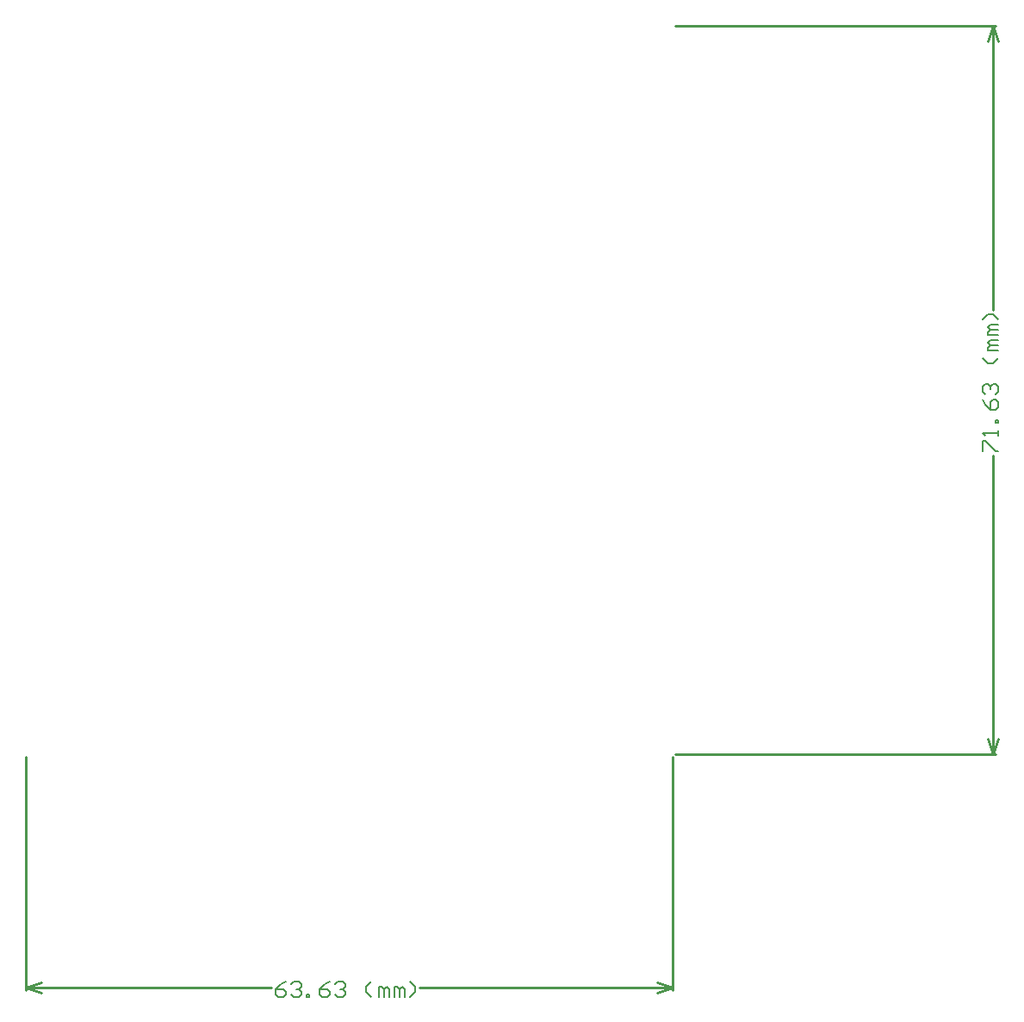
<source format=gbr>
G04*
G04 #@! TF.GenerationSoftware,Altium Limited,Altium Designer,25.0.2 (28)*
G04*
G04 Layer_Color=8388736*
%FSLAX44Y44*%
%MOMM*%
G71*
G04*
G04 #@! TF.SameCoordinates,1FEDFA3E-EA99-418E-B41A-EB270C04C77C*
G04*
G04*
G04 #@! TF.FilePolarity,Positive*
G04*
G01*
G75*
%ADD13C,0.2540*%
%ADD28C,0.1524*%
D13*
X951230Y716280D02*
X956310Y701040D01*
X946150D02*
X951230Y716280D01*
X946150Y15240D02*
X951230Y0D01*
X956310Y15240D01*
X951230Y436074D02*
Y716280D01*
Y0D02*
Y293370D01*
X638810Y716280D02*
X953770D01*
X638810Y0D02*
X953770D01*
X0Y-229870D02*
X15240Y-224790D01*
X0Y-229870D02*
X15240Y-234950D01*
X621030D02*
X636270Y-229870D01*
X621030Y-224790D02*
X636270Y-229870D01*
X0D02*
X241449D01*
X386693D02*
X636270D01*
X0Y-232410D02*
Y-2540D01*
X636270Y-232410D02*
Y-2540D01*
D28*
X940821Y297434D02*
Y307591D01*
X943360D01*
X953517Y297434D01*
X956056D01*
Y312669D02*
Y317747D01*
Y315208D01*
X940821D01*
X943360Y312669D01*
X956056Y325365D02*
X953517D01*
Y327904D01*
X956056D01*
Y325365D01*
X940821Y348218D02*
X943360Y343139D01*
X948438Y338061D01*
X953517D01*
X956056Y340600D01*
Y345678D01*
X953517Y348218D01*
X950978D01*
X948438Y345678D01*
Y338061D01*
X943360Y353296D02*
X940821Y355835D01*
Y360913D01*
X943360Y363453D01*
X945899D01*
X948438Y360913D01*
Y358374D01*
Y360913D01*
X950978Y363453D01*
X953517D01*
X956056Y360913D01*
Y355835D01*
X953517Y353296D01*
X956056Y388844D02*
X950978Y383766D01*
X945899D01*
X940821Y388844D01*
X956056Y396462D02*
X945899D01*
Y399001D01*
X948438Y401540D01*
X956056D01*
X948438D01*
X945899Y404080D01*
X948438Y406619D01*
X956056D01*
Y411697D02*
X945899D01*
Y414236D01*
X948438Y416775D01*
X956056D01*
X948438D01*
X945899Y419314D01*
X948438Y421854D01*
X956056D01*
Y426932D02*
X950978Y432010D01*
X945899D01*
X940821Y426932D01*
X255670Y-223776D02*
X250592Y-226316D01*
X245513Y-231394D01*
Y-236472D01*
X248052Y-239011D01*
X253131D01*
X255670Y-236472D01*
Y-233933D01*
X253131Y-231394D01*
X245513D01*
X260748Y-226316D02*
X263287Y-223776D01*
X268366D01*
X270905Y-226316D01*
Y-228855D01*
X268366Y-231394D01*
X265827D01*
X268366D01*
X270905Y-233933D01*
Y-236472D01*
X268366Y-239011D01*
X263287D01*
X260748Y-236472D01*
X275983Y-239011D02*
Y-236472D01*
X278522D01*
Y-239011D01*
X275983D01*
X298836Y-223776D02*
X293758Y-226316D01*
X288679Y-231394D01*
Y-236472D01*
X291218Y-239011D01*
X296297D01*
X298836Y-236472D01*
Y-233933D01*
X296297Y-231394D01*
X288679D01*
X303914Y-226316D02*
X306453Y-223776D01*
X311532D01*
X314071Y-226316D01*
Y-228855D01*
X311532Y-231394D01*
X308993D01*
X311532D01*
X314071Y-233933D01*
Y-236472D01*
X311532Y-239011D01*
X306453D01*
X303914Y-236472D01*
X339463Y-239011D02*
X334384Y-233933D01*
Y-228855D01*
X339463Y-223776D01*
X347080Y-239011D02*
Y-228855D01*
X349619D01*
X352159Y-231394D01*
Y-239011D01*
Y-231394D01*
X354698Y-228855D01*
X357237Y-231394D01*
Y-239011D01*
X362315D02*
Y-228855D01*
X364855D01*
X367394Y-231394D01*
Y-239011D01*
Y-231394D01*
X369933Y-228855D01*
X372472Y-231394D01*
Y-239011D01*
X377551D02*
X382629Y-233933D01*
Y-228855D01*
X377551Y-223776D01*
M02*

</source>
